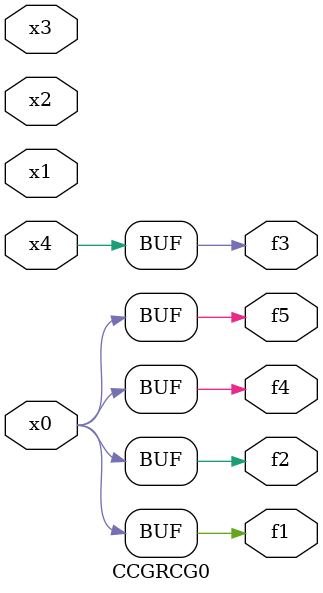
<source format=v>
module CCGRCG0(
	input x0, x1, x2, x3, x4,
	output f1, f2, f3, f4, f5
);
	assign f1 = x0;
	assign f2 = x0;
	assign f3 = x4;
	assign f4 = x0;
	assign f5 = x0;
endmodule

</source>
